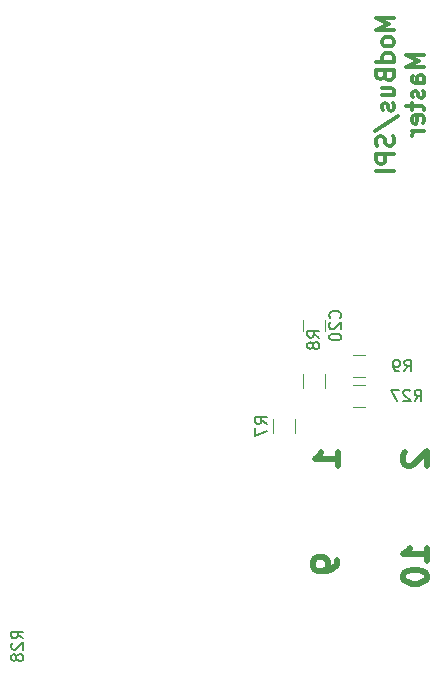
<source format=gbr>
G04 #@! TF.GenerationSoftware,KiCad,Pcbnew,(5.0.0)*
G04 #@! TF.CreationDate,2018-12-12T14:59:58+01:00*
G04 #@! TF.ProjectId,TrackModBusMaster_piggyback,547261636B4D6F644275734D61737465,rev?*
G04 #@! TF.SameCoordinates,Original*
G04 #@! TF.FileFunction,Legend,Bot*
G04 #@! TF.FilePolarity,Positive*
%FSLAX46Y46*%
G04 Gerber Fmt 4.6, Leading zero omitted, Abs format (unit mm)*
G04 Created by KiCad (PCBNEW (5.0.0)) date 12/12/18 14:59:58*
%MOMM*%
%LPD*%
G01*
G04 APERTURE LIST*
%ADD10C,0.300000*%
%ADD11C,0.500000*%
%ADD12C,0.120000*%
%ADD13C,0.150000*%
G04 APERTURE END LIST*
D10*
X141643571Y-52555000D02*
X140143571Y-52555000D01*
X141215000Y-53055000D01*
X140143571Y-53555000D01*
X141643571Y-53555000D01*
X141643571Y-54483571D02*
X141572142Y-54340714D01*
X141500714Y-54269285D01*
X141357857Y-54197857D01*
X140929285Y-54197857D01*
X140786428Y-54269285D01*
X140715000Y-54340714D01*
X140643571Y-54483571D01*
X140643571Y-54697857D01*
X140715000Y-54840714D01*
X140786428Y-54912142D01*
X140929285Y-54983571D01*
X141357857Y-54983571D01*
X141500714Y-54912142D01*
X141572142Y-54840714D01*
X141643571Y-54697857D01*
X141643571Y-54483571D01*
X141643571Y-56269285D02*
X140143571Y-56269285D01*
X141572142Y-56269285D02*
X141643571Y-56126428D01*
X141643571Y-55840714D01*
X141572142Y-55697857D01*
X141500714Y-55626428D01*
X141357857Y-55555000D01*
X140929285Y-55555000D01*
X140786428Y-55626428D01*
X140715000Y-55697857D01*
X140643571Y-55840714D01*
X140643571Y-56126428D01*
X140715000Y-56269285D01*
X140857857Y-57483571D02*
X140929285Y-57697857D01*
X141000714Y-57769285D01*
X141143571Y-57840714D01*
X141357857Y-57840714D01*
X141500714Y-57769285D01*
X141572142Y-57697857D01*
X141643571Y-57555000D01*
X141643571Y-56983571D01*
X140143571Y-56983571D01*
X140143571Y-57483571D01*
X140215000Y-57626428D01*
X140286428Y-57697857D01*
X140429285Y-57769285D01*
X140572142Y-57769285D01*
X140715000Y-57697857D01*
X140786428Y-57626428D01*
X140857857Y-57483571D01*
X140857857Y-56983571D01*
X140643571Y-59126428D02*
X141643571Y-59126428D01*
X140643571Y-58483571D02*
X141429285Y-58483571D01*
X141572142Y-58555000D01*
X141643571Y-58697857D01*
X141643571Y-58912142D01*
X141572142Y-59055000D01*
X141500714Y-59126428D01*
X141572142Y-59769285D02*
X141643571Y-59912142D01*
X141643571Y-60197857D01*
X141572142Y-60340714D01*
X141429285Y-60412142D01*
X141357857Y-60412142D01*
X141215000Y-60340714D01*
X141143571Y-60197857D01*
X141143571Y-59983571D01*
X141072142Y-59840714D01*
X140929285Y-59769285D01*
X140857857Y-59769285D01*
X140715000Y-59840714D01*
X140643571Y-59983571D01*
X140643571Y-60197857D01*
X140715000Y-60340714D01*
X140072142Y-62126428D02*
X142000714Y-60840714D01*
X141572142Y-62555000D02*
X141643571Y-62769285D01*
X141643571Y-63126428D01*
X141572142Y-63269285D01*
X141500714Y-63340714D01*
X141357857Y-63412142D01*
X141215000Y-63412142D01*
X141072142Y-63340714D01*
X141000714Y-63269285D01*
X140929285Y-63126428D01*
X140857857Y-62840714D01*
X140786428Y-62697857D01*
X140715000Y-62626428D01*
X140572142Y-62555000D01*
X140429285Y-62555000D01*
X140286428Y-62626428D01*
X140215000Y-62697857D01*
X140143571Y-62840714D01*
X140143571Y-63197857D01*
X140215000Y-63412142D01*
X141643571Y-64055000D02*
X140143571Y-64055000D01*
X140143571Y-64626428D01*
X140215000Y-64769285D01*
X140286428Y-64840714D01*
X140429285Y-64912142D01*
X140643571Y-64912142D01*
X140786428Y-64840714D01*
X140857857Y-64769285D01*
X140929285Y-64626428D01*
X140929285Y-64055000D01*
X141643571Y-65555000D02*
X140143571Y-65555000D01*
X144193571Y-55733571D02*
X142693571Y-55733571D01*
X143765000Y-56233571D01*
X142693571Y-56733571D01*
X144193571Y-56733571D01*
X144193571Y-58090714D02*
X143407857Y-58090714D01*
X143265000Y-58019285D01*
X143193571Y-57876428D01*
X143193571Y-57590714D01*
X143265000Y-57447857D01*
X144122142Y-58090714D02*
X144193571Y-57947857D01*
X144193571Y-57590714D01*
X144122142Y-57447857D01*
X143979285Y-57376428D01*
X143836428Y-57376428D01*
X143693571Y-57447857D01*
X143622142Y-57590714D01*
X143622142Y-57947857D01*
X143550714Y-58090714D01*
X144122142Y-58733571D02*
X144193571Y-58876428D01*
X144193571Y-59162142D01*
X144122142Y-59305000D01*
X143979285Y-59376428D01*
X143907857Y-59376428D01*
X143765000Y-59305000D01*
X143693571Y-59162142D01*
X143693571Y-58947857D01*
X143622142Y-58805000D01*
X143479285Y-58733571D01*
X143407857Y-58733571D01*
X143265000Y-58805000D01*
X143193571Y-58947857D01*
X143193571Y-59162142D01*
X143265000Y-59305000D01*
X143193571Y-59805000D02*
X143193571Y-60376428D01*
X142693571Y-60019285D02*
X143979285Y-60019285D01*
X144122142Y-60090714D01*
X144193571Y-60233571D01*
X144193571Y-60376428D01*
X144122142Y-61447857D02*
X144193571Y-61305000D01*
X144193571Y-61019285D01*
X144122142Y-60876428D01*
X143979285Y-60805000D01*
X143407857Y-60805000D01*
X143265000Y-60876428D01*
X143193571Y-61019285D01*
X143193571Y-61305000D01*
X143265000Y-61447857D01*
X143407857Y-61519285D01*
X143550714Y-61519285D01*
X143693571Y-60805000D01*
X144193571Y-62162142D02*
X143193571Y-62162142D01*
X143479285Y-62162142D02*
X143336428Y-62233571D01*
X143265000Y-62305000D01*
X143193571Y-62447857D01*
X143193571Y-62590714D01*
D11*
X142605238Y-89344571D02*
X142510000Y-89439809D01*
X142414761Y-89630285D01*
X142414761Y-90106476D01*
X142510000Y-90296952D01*
X142605238Y-90392190D01*
X142795714Y-90487428D01*
X142986190Y-90487428D01*
X143271904Y-90392190D01*
X144414761Y-89249333D01*
X144414761Y-90487428D01*
X144414761Y-98552047D02*
X144414761Y-97409190D01*
X144414761Y-97980619D02*
X142414761Y-97980619D01*
X142700476Y-97790142D01*
X142890952Y-97599666D01*
X142986190Y-97409190D01*
X142414761Y-99790142D02*
X142414761Y-99980619D01*
X142510000Y-100171095D01*
X142605238Y-100266333D01*
X142795714Y-100361571D01*
X143176666Y-100456809D01*
X143652857Y-100456809D01*
X144033809Y-100361571D01*
X144224285Y-100266333D01*
X144319523Y-100171095D01*
X144414761Y-99980619D01*
X144414761Y-99790142D01*
X144319523Y-99599666D01*
X144224285Y-99504428D01*
X144033809Y-99409190D01*
X143652857Y-99313952D01*
X143176666Y-99313952D01*
X142795714Y-99409190D01*
X142605238Y-99504428D01*
X142510000Y-99599666D01*
X142414761Y-99790142D01*
X136794761Y-98425047D02*
X136794761Y-98806000D01*
X136699523Y-98996476D01*
X136604285Y-99091714D01*
X136318571Y-99282190D01*
X135937619Y-99377428D01*
X135175714Y-99377428D01*
X134985238Y-99282190D01*
X134890000Y-99186952D01*
X134794761Y-98996476D01*
X134794761Y-98615523D01*
X134890000Y-98425047D01*
X134985238Y-98329809D01*
X135175714Y-98234571D01*
X135651904Y-98234571D01*
X135842380Y-98329809D01*
X135937619Y-98425047D01*
X136032857Y-98615523D01*
X136032857Y-98996476D01*
X135937619Y-99186952D01*
X135842380Y-99282190D01*
X135651904Y-99377428D01*
X136921761Y-90487428D02*
X136921761Y-89344571D01*
X136921761Y-89916000D02*
X134921761Y-89916000D01*
X135207476Y-89725523D01*
X135397952Y-89535047D01*
X135493190Y-89344571D01*
D12*
G04 #@! TO.C,R9*
X138184000Y-81132000D02*
X139184000Y-81132000D01*
X138184000Y-82952000D02*
X139184000Y-82952000D01*
G04 #@! TO.C,R7*
X133244000Y-87724064D02*
X133244000Y-86519936D01*
X131424000Y-87724064D02*
X131424000Y-86519936D01*
G04 #@! TO.C,R8*
X133964000Y-83914064D02*
X133964000Y-82709936D01*
X135784000Y-83914064D02*
X135784000Y-82709936D01*
G04 #@! TO.C,C20*
X135784000Y-79113000D02*
X135784000Y-78113000D01*
X133964000Y-79113000D02*
X133964000Y-78113000D01*
G04 #@! TO.C,R27*
X139184000Y-83672000D02*
X138184000Y-83672000D01*
X139184000Y-85492000D02*
X138184000Y-85492000D01*
G04 #@! TO.C,R9*
D13*
X142533666Y-82494380D02*
X142867000Y-82018190D01*
X143105095Y-82494380D02*
X143105095Y-81494380D01*
X142724142Y-81494380D01*
X142628904Y-81542000D01*
X142581285Y-81589619D01*
X142533666Y-81684857D01*
X142533666Y-81827714D01*
X142581285Y-81922952D01*
X142628904Y-81970571D01*
X142724142Y-82018190D01*
X143105095Y-82018190D01*
X142057476Y-82494380D02*
X141867000Y-82494380D01*
X141771761Y-82446761D01*
X141724142Y-82399142D01*
X141628904Y-82256285D01*
X141581285Y-82065809D01*
X141581285Y-81684857D01*
X141628904Y-81589619D01*
X141676523Y-81542000D01*
X141771761Y-81494380D01*
X141962238Y-81494380D01*
X142057476Y-81542000D01*
X142105095Y-81589619D01*
X142152714Y-81684857D01*
X142152714Y-81922952D01*
X142105095Y-82018190D01*
X142057476Y-82065809D01*
X141962238Y-82113428D01*
X141771761Y-82113428D01*
X141676523Y-82065809D01*
X141628904Y-82018190D01*
X141581285Y-81922952D01*
G04 #@! TO.C,R7*
X130881380Y-86955333D02*
X130405190Y-86622000D01*
X130881380Y-86383904D02*
X129881380Y-86383904D01*
X129881380Y-86764857D01*
X129929000Y-86860095D01*
X129976619Y-86907714D01*
X130071857Y-86955333D01*
X130214714Y-86955333D01*
X130309952Y-86907714D01*
X130357571Y-86860095D01*
X130405190Y-86764857D01*
X130405190Y-86383904D01*
X129881380Y-87288666D02*
X129881380Y-87955333D01*
X130881380Y-87526761D01*
G04 #@! TO.C,R8*
X135326380Y-79636349D02*
X134850190Y-79303016D01*
X135326380Y-79064920D02*
X134326380Y-79064920D01*
X134326380Y-79445873D01*
X134374000Y-79541111D01*
X134421619Y-79588730D01*
X134516857Y-79636349D01*
X134659714Y-79636349D01*
X134754952Y-79588730D01*
X134802571Y-79541111D01*
X134850190Y-79445873D01*
X134850190Y-79064920D01*
X134754952Y-80207777D02*
X134707333Y-80112539D01*
X134659714Y-80064920D01*
X134564476Y-80017301D01*
X134516857Y-80017301D01*
X134421619Y-80064920D01*
X134374000Y-80112539D01*
X134326380Y-80207777D01*
X134326380Y-80398254D01*
X134374000Y-80493492D01*
X134421619Y-80541111D01*
X134516857Y-80588730D01*
X134564476Y-80588730D01*
X134659714Y-80541111D01*
X134707333Y-80493492D01*
X134754952Y-80398254D01*
X134754952Y-80207777D01*
X134802571Y-80112539D01*
X134850190Y-80064920D01*
X134945428Y-80017301D01*
X135135904Y-80017301D01*
X135231142Y-80064920D01*
X135278761Y-80112539D01*
X135326380Y-80207777D01*
X135326380Y-80398254D01*
X135278761Y-80493492D01*
X135231142Y-80541111D01*
X135135904Y-80588730D01*
X134945428Y-80588730D01*
X134850190Y-80541111D01*
X134802571Y-80493492D01*
X134754952Y-80398254D01*
G04 #@! TO.C,C20*
X137081142Y-77970142D02*
X137128761Y-77922523D01*
X137176380Y-77779666D01*
X137176380Y-77684428D01*
X137128761Y-77541571D01*
X137033523Y-77446333D01*
X136938285Y-77398714D01*
X136747809Y-77351095D01*
X136604952Y-77351095D01*
X136414476Y-77398714D01*
X136319238Y-77446333D01*
X136224000Y-77541571D01*
X136176380Y-77684428D01*
X136176380Y-77779666D01*
X136224000Y-77922523D01*
X136271619Y-77970142D01*
X136271619Y-78351095D02*
X136224000Y-78398714D01*
X136176380Y-78493952D01*
X136176380Y-78732047D01*
X136224000Y-78827285D01*
X136271619Y-78874904D01*
X136366857Y-78922523D01*
X136462095Y-78922523D01*
X136604952Y-78874904D01*
X137176380Y-78303476D01*
X137176380Y-78922523D01*
X136176380Y-79541571D02*
X136176380Y-79636809D01*
X136224000Y-79732047D01*
X136271619Y-79779666D01*
X136366857Y-79827285D01*
X136557333Y-79874904D01*
X136795428Y-79874904D01*
X136985904Y-79827285D01*
X137081142Y-79779666D01*
X137128761Y-79732047D01*
X137176380Y-79636809D01*
X137176380Y-79541571D01*
X137128761Y-79446333D01*
X137081142Y-79398714D01*
X136985904Y-79351095D01*
X136795428Y-79303476D01*
X136557333Y-79303476D01*
X136366857Y-79351095D01*
X136271619Y-79398714D01*
X136224000Y-79446333D01*
X136176380Y-79541571D01*
G04 #@! TO.C,R27*
X143390857Y-85034380D02*
X143724190Y-84558190D01*
X143962285Y-85034380D02*
X143962285Y-84034380D01*
X143581333Y-84034380D01*
X143486095Y-84082000D01*
X143438476Y-84129619D01*
X143390857Y-84224857D01*
X143390857Y-84367714D01*
X143438476Y-84462952D01*
X143486095Y-84510571D01*
X143581333Y-84558190D01*
X143962285Y-84558190D01*
X143009904Y-84129619D02*
X142962285Y-84082000D01*
X142867047Y-84034380D01*
X142628952Y-84034380D01*
X142533714Y-84082000D01*
X142486095Y-84129619D01*
X142438476Y-84224857D01*
X142438476Y-84320095D01*
X142486095Y-84462952D01*
X143057523Y-85034380D01*
X142438476Y-85034380D01*
X142105142Y-84034380D02*
X141438476Y-84034380D01*
X141867047Y-85034380D01*
G04 #@! TO.C,R28*
X110254380Y-105110142D02*
X109778190Y-104776809D01*
X110254380Y-104538714D02*
X109254380Y-104538714D01*
X109254380Y-104919666D01*
X109302000Y-105014904D01*
X109349619Y-105062523D01*
X109444857Y-105110142D01*
X109587714Y-105110142D01*
X109682952Y-105062523D01*
X109730571Y-105014904D01*
X109778190Y-104919666D01*
X109778190Y-104538714D01*
X109349619Y-105491095D02*
X109302000Y-105538714D01*
X109254380Y-105633952D01*
X109254380Y-105872047D01*
X109302000Y-105967285D01*
X109349619Y-106014904D01*
X109444857Y-106062523D01*
X109540095Y-106062523D01*
X109682952Y-106014904D01*
X110254380Y-105443476D01*
X110254380Y-106062523D01*
X109682952Y-106633952D02*
X109635333Y-106538714D01*
X109587714Y-106491095D01*
X109492476Y-106443476D01*
X109444857Y-106443476D01*
X109349619Y-106491095D01*
X109302000Y-106538714D01*
X109254380Y-106633952D01*
X109254380Y-106824428D01*
X109302000Y-106919666D01*
X109349619Y-106967285D01*
X109444857Y-107014904D01*
X109492476Y-107014904D01*
X109587714Y-106967285D01*
X109635333Y-106919666D01*
X109682952Y-106824428D01*
X109682952Y-106633952D01*
X109730571Y-106538714D01*
X109778190Y-106491095D01*
X109873428Y-106443476D01*
X110063904Y-106443476D01*
X110159142Y-106491095D01*
X110206761Y-106538714D01*
X110254380Y-106633952D01*
X110254380Y-106824428D01*
X110206761Y-106919666D01*
X110159142Y-106967285D01*
X110063904Y-107014904D01*
X109873428Y-107014904D01*
X109778190Y-106967285D01*
X109730571Y-106919666D01*
X109682952Y-106824428D01*
G04 #@! TD*
M02*

</source>
